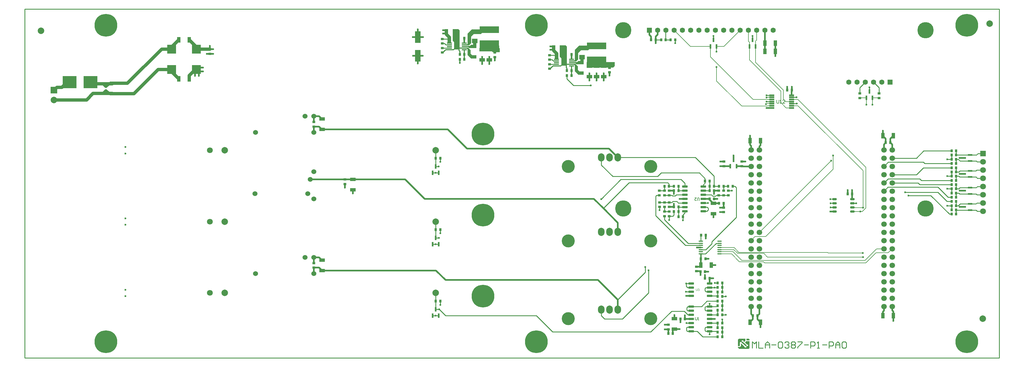
<source format=gtl>
G04 Layer_Physical_Order=1*
G04 Layer_Color=128*
%FSLAX43Y43*%
%MOMM*%
G71*
G01*
G75*
%ADD10R,2.700X2.700*%
%ADD11O,1.400X0.350*%
%ADD12R,6.000X2.000*%
%ADD13R,0.600X1.350*%
%ADD14O,1.450X0.650*%
%ADD15R,1.800X1.340*%
%ADD16R,0.800X0.900*%
G04:AMPARAMS|DCode=17|XSize=0.45mm|YSize=1.6mm|CornerRadius=0.05mm|HoleSize=0mm|Usage=FLASHONLY|Rotation=90.000|XOffset=0mm|YOffset=0mm|HoleType=Round|Shape=RoundedRectangle|*
%AMROUNDEDRECTD17*
21,1,0.450,1.501,0,0,90.0*
21,1,0.351,1.600,0,0,90.0*
1,1,0.099,0.750,0.175*
1,1,0.099,0.750,-0.175*
1,1,0.099,-0.750,-0.175*
1,1,0.099,-0.750,0.175*
%
%ADD17ROUNDEDRECTD17*%
%ADD18R,4.240X3.810*%
%ADD19R,1.800X3.550*%
%ADD20C,2.000*%
G04:AMPARAMS|DCode=21|XSize=0.65mm|YSize=1.65mm|CornerRadius=0.049mm|HoleSize=0mm|Usage=FLASHONLY|Rotation=270.000|XOffset=0mm|YOffset=0mm|HoleType=Round|Shape=RoundedRectangle|*
%AMROUNDEDRECTD21*
21,1,0.650,1.552,0,0,270.0*
21,1,0.552,1.650,0,0,270.0*
1,1,0.098,-0.776,-0.276*
1,1,0.098,-0.776,0.276*
1,1,0.098,0.776,0.276*
1,1,0.098,0.776,-0.276*
%
%ADD21ROUNDEDRECTD21*%
%ADD22R,1.700X1.000*%
%ADD23R,1.000X1.700*%
G04:AMPARAMS|DCode=24|XSize=0.3mm|YSize=1.55mm|CornerRadius=0.05mm|HoleSize=0mm|Usage=FLASHONLY|Rotation=90.000|XOffset=0mm|YOffset=0mm|HoleType=Round|Shape=RoundedRectangle|*
%AMROUNDEDRECTD24*
21,1,0.300,1.451,0,0,90.0*
21,1,0.201,1.550,0,0,90.0*
1,1,0.099,0.726,0.101*
1,1,0.099,0.726,-0.101*
1,1,0.099,-0.726,-0.101*
1,1,0.099,-0.726,0.101*
%
%ADD24ROUNDEDRECTD24*%
G04:AMPARAMS|DCode=25|XSize=1.73mm|YSize=1.9mm|CornerRadius=0.052mm|HoleSize=0mm|Usage=FLASHONLY|Rotation=0.000|XOffset=0mm|YOffset=0mm|HoleType=Round|Shape=RoundedRectangle|*
%AMROUNDEDRECTD25*
21,1,1.730,1.796,0,0,0.0*
21,1,1.626,1.900,0,0,0.0*
1,1,0.104,0.813,-0.898*
1,1,0.104,-0.813,-0.898*
1,1,0.104,-0.813,0.898*
1,1,0.104,0.813,0.898*
%
%ADD25ROUNDEDRECTD25*%
%ADD26R,0.900X0.800*%
%ADD27R,1.350X0.600*%
%ADD28C,0.250*%
%ADD29C,0.200*%
%ADD30C,0.150*%
%ADD31C,0.500*%
%ADD32C,1.000*%
%ADD33C,0.300*%
%ADD34C,0.400*%
%ADD35C,0.254*%
%ADD36C,0.178*%
%ADD37C,0.100*%
%ADD38O,2.000X2.500*%
%ADD39C,7.000*%
%ADD40C,1.524*%
%ADD41C,1.800*%
%ADD42C,1.600*%
%ADD43R,1.600X1.600*%
%ADD44C,1.700*%
%ADD45C,4.000*%
%ADD46R,2.000X2.000*%
%ADD47R,1.800X1.800*%
%ADD48C,5.000*%
%ADD49C,0.600*%
G36*
X170250Y89850D02*
X170250Y88750D01*
X170725Y88275D01*
X170725Y87300D01*
X170350Y87300D01*
X169300Y88350D01*
Y90175D01*
X169150Y90325D01*
X166800D01*
Y90675D01*
X169425D01*
X170250Y89850D01*
D02*
G37*
G36*
X221842Y5932D02*
X221843Y5928D01*
X221843Y5928D01*
X221843Y5310D01*
X221842Y5306D01*
X221841Y5306D01*
X221841Y5306D01*
X221435Y4947D01*
X221432Y4946D01*
X221428Y4947D01*
X221428Y4948D01*
X221428Y4948D01*
X221212Y5140D01*
X221212Y5140D01*
X221211Y5140D01*
X221210Y5144D01*
X221210D01*
X221210Y5225D01*
X221179Y5302D01*
X221125Y5367D01*
X221058Y5414D01*
X220975Y5437D01*
X220882Y5437D01*
X220799Y5408D01*
X220729Y5359D01*
X220670Y5279D01*
X220644Y5187D01*
X220675Y5091D01*
X220737Y5011D01*
X220804Y4965D01*
X220889Y4944D01*
X220976Y4944D01*
X220976Y4944D01*
X220979Y4942D01*
X222112Y3940D01*
X222113Y3940D01*
X222113Y3940D01*
X222115Y3936D01*
X222114D01*
X222114Y3847D01*
X222145Y3775D01*
X222200Y3713D01*
X222267Y3666D01*
X222350Y3641D01*
X222443Y3643D01*
X222526Y3667D01*
X222595Y3713D01*
X222657Y3793D01*
X222678Y3889D01*
X222673Y3953D01*
X222640Y4007D01*
X222588Y4061D01*
X222518Y4110D01*
X222435Y4128D01*
X222349Y4128D01*
X222345Y4130D01*
X222345Y4130D01*
X221662Y4742D01*
X221662Y4742D01*
X221660Y4746D01*
X221662Y4750D01*
X221662Y4750D01*
X221663Y4750D01*
X221663Y4750D01*
X222066Y5109D01*
X222066Y5109D01*
X222069Y5110D01*
X222069Y5110D01*
X223118Y5110D01*
X223122Y5109D01*
X223124Y5105D01*
X223124D01*
X223124Y3221D01*
X223124Y3220D01*
X223124Y3220D01*
X223124Y3220D01*
X223111Y3097D01*
X223111Y3096D01*
X223111Y3097D01*
X223111Y3096D01*
X223110Y3095D01*
X223110Y3095D01*
X223055Y2984D01*
X223054Y2982D01*
X223054Y2983D01*
X222978Y2895D01*
X222977Y2895D01*
X222977Y2895D01*
X222977Y2895D01*
X222874Y2818D01*
X222873Y2818D01*
X222873Y2818D01*
X222757Y2770D01*
X222755Y2770D01*
X222755Y2770D01*
X222755Y2770D01*
X222624Y2757D01*
X222623Y2756D01*
X222623Y2756D01*
X222623Y2757D01*
X220016Y2756D01*
X220015Y2757D01*
X220015Y2757D01*
X219994Y2762D01*
X219994Y2762D01*
X219992Y2763D01*
X219992Y2763D01*
X219992Y2763D01*
X219531Y3161D01*
X219530Y3162D01*
X219528Y3166D01*
X219529Y3166D01*
X219528Y3366D01*
X219528D01*
X219530Y3370D01*
X219534Y3372D01*
X219534Y3372D01*
X220057Y3372D01*
X220085Y3384D01*
X220087Y3385D01*
X220087Y3385D01*
X220087Y3385D01*
X220117Y3390D01*
X220187Y3452D01*
X220187Y3452D01*
X220187Y3452D01*
X220187Y3452D01*
X220187Y3452D01*
X220187Y3452D01*
X220187Y3452D01*
X220232Y3486D01*
X220276Y3534D01*
X220276Y3534D01*
X220276Y3534D01*
X220276Y3534D01*
X220332Y3584D01*
X220332Y3584D01*
X220332Y3584D01*
X220380Y3616D01*
X220426Y3657D01*
X220454Y3711D01*
X220472Y3765D01*
X220472Y4034D01*
X220472Y4034D01*
X220472Y4034D01*
X220472Y4034D01*
X220472Y4034D01*
X220472Y4034D01*
X220472Y4034D01*
X220472Y4034D01*
X220472Y4034D01*
X220472Y4034D01*
X220472Y4034D01*
X220472Y4034D01*
X220480Y4142D01*
X220480Y4416D01*
X220480D01*
X220481Y4420D01*
X220486Y4422D01*
X220489Y4420D01*
X220489Y4420D01*
X220489Y4420D01*
X221577Y3460D01*
X221578Y3460D01*
X221578Y3460D01*
X221580Y3456D01*
X221579D01*
X221579Y3380D01*
X221600Y3300D01*
X221654Y3233D01*
X221729Y3186D01*
X221814Y3163D01*
X221897Y3171D01*
X221980Y3189D01*
X222061Y3238D01*
X222104Y3292D01*
X222127Y3346D01*
X222135Y3411D01*
X222112Y3506D01*
X222053Y3589D01*
X221975Y3633D01*
X221897Y3656D01*
X221806Y3656D01*
X221802Y3657D01*
X221802Y3658D01*
X220427Y4874D01*
X220360Y4920D01*
X220299Y4933D01*
X220245Y4920D01*
X220207Y4895D01*
X220169Y4849D01*
X220154Y4772D01*
X220154Y3817D01*
X220152Y3813D01*
X220152Y3813D01*
X220152Y3813D01*
X219960Y3649D01*
X219956Y3648D01*
X219956Y3648D01*
X219534Y3648D01*
Y3648D01*
X219530Y3650D01*
X219528Y3654D01*
X219529Y3654D01*
X219528Y5477D01*
X219529Y5477D01*
X219529Y5477D01*
X219545Y5591D01*
X219545Y5592D01*
X219545Y5592D01*
X219601Y5706D01*
X219601Y5707D01*
X219601Y5707D01*
X219677Y5802D01*
X219678Y5803D01*
X219679Y5803D01*
X219679Y5803D01*
X219782Y5872D01*
X219783Y5872D01*
X219783Y5872D01*
X219898Y5920D01*
X219900Y5920D01*
X219900Y5920D01*
X219900Y5920D01*
X220032Y5933D01*
X220032Y5933D01*
X220032Y5934D01*
X220032Y5933D01*
X221838Y5934D01*
X221842Y5932D01*
D02*
G37*
G36*
X170550Y90500D02*
X169825Y90500D01*
X169500Y90825D01*
X168500Y90825D01*
Y91175D01*
X170025D01*
X170350Y91500D01*
X170550D01*
Y90500D01*
D02*
G37*
G36*
X181600Y90000D02*
X181100Y89500D01*
X178900Y89500D01*
X173000Y89500D01*
Y91200D01*
X181600D01*
X181600Y90000D01*
D02*
G37*
G36*
X222756Y5912D02*
X222872Y5865D01*
X222974Y5796D01*
X223051Y5701D01*
X223106Y5588D01*
X223114Y5517D01*
X223032Y5390D01*
X222608D01*
X222461Y5398D01*
X222171D01*
Y5925D01*
X222624Y5925D01*
X222756Y5912D01*
D02*
G37*
G36*
X220187Y3452D02*
X220187Y3452D01*
X220187Y3452D01*
X220187Y3452D01*
D01*
X220187Y3452D01*
X220187Y3452D01*
D02*
G37*
G36*
X220187Y3452D02*
X220187Y3452D01*
X220187Y3452D01*
X220187Y3452D01*
D02*
G37*
G36*
X220978Y4943D02*
X220976Y4944D01*
Y4944D01*
X220978Y4943D01*
D02*
G37*
G36*
X220980Y4943D02*
X220979Y4942D01*
X220979Y4943D01*
X220978Y4943D01*
X220980Y4943D01*
D02*
G37*
G36*
X140750Y100150D02*
X140400Y99800D01*
X138200D01*
X137375Y98975D01*
Y96975D01*
X136725Y96325D01*
X135325D01*
Y96675D01*
X136175D01*
X136300Y96800D01*
Y99900D01*
X137600Y101200D01*
X140750D01*
X140750Y100150D01*
D02*
G37*
G36*
X137550Y95500D02*
X136825Y95500D01*
X136500Y95825D01*
X135500Y95825D01*
Y96175D01*
X137025D01*
X137350Y96500D01*
X137550D01*
Y95500D01*
D02*
G37*
G36*
X131200Y97000D02*
X130100D01*
Y98700D01*
X131200D01*
Y97000D01*
D02*
G37*
G36*
X133850Y101000D02*
Y96750D01*
X132150D01*
Y97350D01*
X131700Y97800D01*
Y101350D01*
X133500D01*
X133850Y101000D01*
D02*
G37*
G36*
X146000Y95600D02*
X146200Y95400D01*
Y94200D01*
X144100D01*
X143800Y94500D01*
X140000D01*
Y96200D01*
X146000D01*
Y95600D01*
D02*
G37*
G36*
X166850Y96000D02*
Y91750D01*
X165150D01*
Y92350D01*
X164700Y92800D01*
Y96350D01*
X166500D01*
X166850Y96000D01*
D02*
G37*
G36*
X173750Y95150D02*
X173400Y94800D01*
X171200D01*
X170375Y93975D01*
Y91975D01*
X169725Y91325D01*
X168325D01*
Y91675D01*
X169175D01*
X169300Y91800D01*
Y94900D01*
X170600Y96200D01*
X173750D01*
X173750Y95150D01*
D02*
G37*
G36*
X137250Y94850D02*
X137250Y93750D01*
X137725Y93275D01*
X137725Y92300D01*
X137350Y92300D01*
X136300Y93350D01*
Y95175D01*
X136150Y95325D01*
X133800D01*
Y95675D01*
X136425D01*
X137250Y94850D01*
D02*
G37*
G36*
X164200Y92000D02*
X163100D01*
Y93700D01*
X164200D01*
Y92000D01*
D02*
G37*
D10*
X45190Y88890D02*
D03*
X52810D02*
D03*
Y95110D02*
D03*
X45190D02*
D03*
D11*
X208125Y35950D02*
D03*
Y35300D02*
D03*
Y34650D02*
D03*
Y34000D02*
D03*
Y33350D02*
D03*
Y32700D02*
D03*
Y32050D02*
D03*
X213875Y35950D02*
D03*
Y35300D02*
D03*
Y34650D02*
D03*
Y34000D02*
D03*
Y33350D02*
D03*
Y32700D02*
D03*
Y32050D02*
D03*
D12*
X143000Y96850D02*
D03*
Y101150D02*
D03*
X176000Y91850D02*
D03*
Y96150D02*
D03*
D13*
X125550Y57025D02*
D03*
X127450D02*
D03*
X126500Y58975D02*
D03*
X259050Y80125D02*
D03*
X260950D02*
D03*
X260000Y82075D02*
D03*
X211050Y96025D02*
D03*
X212950D02*
D03*
X212000Y97975D02*
D03*
X223050Y96025D02*
D03*
X224950D02*
D03*
X224000Y97975D02*
D03*
X217180Y59095D02*
D03*
X219080D02*
D03*
X218130Y61045D02*
D03*
X125550Y13025D02*
D03*
X127450D02*
D03*
X126500Y14975D02*
D03*
X125550Y35025D02*
D03*
X127450D02*
D03*
X126500Y36975D02*
D03*
D14*
X254725Y45095D02*
D03*
Y46365D02*
D03*
Y47635D02*
D03*
Y48905D02*
D03*
X249275Y45095D02*
D03*
Y46365D02*
D03*
Y47635D02*
D03*
Y48905D02*
D03*
D15*
X138500Y100530D02*
D03*
Y97670D02*
D03*
X171500Y95530D02*
D03*
Y92670D02*
D03*
D16*
X209400Y54500D02*
D03*
X210800D02*
D03*
X215100Y47600D02*
D03*
X213700D02*
D03*
X210800Y24500D02*
D03*
X209400D02*
D03*
X285300Y44300D02*
D03*
X286700D02*
D03*
X285300Y48200D02*
D03*
X286700D02*
D03*
X285300Y49500D02*
D03*
X286700D02*
D03*
X285300Y53400D02*
D03*
X286700D02*
D03*
X285300Y54700D02*
D03*
X286700D02*
D03*
X285300Y58600D02*
D03*
X286700D02*
D03*
X285300Y59900D02*
D03*
X286700D02*
D03*
X285300Y63800D02*
D03*
X286700D02*
D03*
Y62500D02*
D03*
X285300D02*
D03*
X286700Y61200D02*
D03*
X285300D02*
D03*
X286700Y57300D02*
D03*
X285300D02*
D03*
X286700Y56000D02*
D03*
X285300D02*
D03*
X214700Y16100D02*
D03*
X213300D02*
D03*
Y13300D02*
D03*
X214700D02*
D03*
X214700Y21700D02*
D03*
X213300D02*
D03*
Y18900D02*
D03*
X214700D02*
D03*
X214700Y7900D02*
D03*
X213300D02*
D03*
Y10700D02*
D03*
X214700D02*
D03*
X203200Y12000D02*
D03*
X201800D02*
D03*
X208200Y37800D02*
D03*
X209600D02*
D03*
X196900Y52900D02*
D03*
X198300D02*
D03*
X215100D02*
D03*
X213700D02*
D03*
X208000Y26600D02*
D03*
X209400D02*
D03*
X208100Y30500D02*
D03*
X209500D02*
D03*
X210800Y49000D02*
D03*
X212200D02*
D03*
X225530Y12970D02*
D03*
X224130D02*
D03*
X265030Y66370D02*
D03*
X266430D02*
D03*
X254700Y50500D02*
D03*
X253300D02*
D03*
X168300Y93500D02*
D03*
X169700D02*
D03*
X163700Y93800D02*
D03*
X165100D02*
D03*
X135300Y98500D02*
D03*
X136700D02*
D03*
X132100Y98700D02*
D03*
X130700D02*
D03*
X192800Y98000D02*
D03*
X194200D02*
D03*
X236100Y82500D02*
D03*
X234700D02*
D03*
X198100Y7500D02*
D03*
X199500D02*
D03*
X214700Y17500D02*
D03*
X213300D02*
D03*
Y14700D02*
D03*
X214700D02*
D03*
X214700Y23100D02*
D03*
X213300D02*
D03*
Y20300D02*
D03*
X214700D02*
D03*
X214700Y6500D02*
D03*
X213300D02*
D03*
X213300Y9300D02*
D03*
X214700D02*
D03*
X199800Y45100D02*
D03*
X201200D02*
D03*
Y46500D02*
D03*
X199800D02*
D03*
X126500Y17500D02*
D03*
X127900D02*
D03*
X199800Y52900D02*
D03*
X201200D02*
D03*
Y51500D02*
D03*
X199800D02*
D03*
X126500Y39500D02*
D03*
X127900D02*
D03*
X216500Y52900D02*
D03*
X217900D02*
D03*
X212200D02*
D03*
X210800D02*
D03*
Y51500D02*
D03*
X212200D02*
D03*
X126500Y61500D02*
D03*
X127900D02*
D03*
X166900Y87000D02*
D03*
X168300D02*
D03*
Y88500D02*
D03*
X166900D02*
D03*
X133900Y92000D02*
D03*
X135300D02*
D03*
Y93500D02*
D03*
X133900D02*
D03*
X285300Y45600D02*
D03*
X286700D02*
D03*
X285300Y46900D02*
D03*
X286700D02*
D03*
X285300Y50800D02*
D03*
X286700D02*
D03*
X285300Y52100D02*
D03*
X286700D02*
D03*
X195900Y98000D02*
D03*
X197300D02*
D03*
X200200D02*
D03*
X198800D02*
D03*
X202600Y43500D02*
D03*
X201200D02*
D03*
D17*
X236050Y77050D02*
D03*
Y77700D02*
D03*
Y78350D02*
D03*
Y79000D02*
D03*
Y79650D02*
D03*
Y80300D02*
D03*
Y80950D02*
D03*
X229950Y77050D02*
D03*
Y77700D02*
D03*
Y78350D02*
D03*
Y79000D02*
D03*
Y79650D02*
D03*
Y80300D02*
D03*
Y80950D02*
D03*
D18*
X20185Y85000D02*
D03*
X13815D02*
D03*
D19*
X121000Y93125D02*
D03*
Y98875D02*
D03*
D20*
X294900Y12100D02*
D03*
X5000Y100800D02*
D03*
X297000Y103000D02*
D03*
X126500Y64000D02*
D03*
X61500D02*
D03*
X9000Y79500D02*
D03*
X126500Y20000D02*
D03*
X61500D02*
D03*
X126500Y42000D02*
D03*
X61500D02*
D03*
D21*
X203175Y52810D02*
D03*
Y51540D02*
D03*
Y50270D02*
D03*
Y49000D02*
D03*
Y47730D02*
D03*
Y46460D02*
D03*
Y45190D02*
D03*
X208825Y52810D02*
D03*
Y51540D02*
D03*
Y50270D02*
D03*
Y49000D02*
D03*
Y47730D02*
D03*
Y46460D02*
D03*
Y45190D02*
D03*
X210825Y19095D02*
D03*
Y20365D02*
D03*
Y21635D02*
D03*
Y22905D02*
D03*
X205175Y19095D02*
D03*
Y20365D02*
D03*
Y21635D02*
D03*
Y22905D02*
D03*
X210825Y8190D02*
D03*
Y9460D02*
D03*
Y10730D02*
D03*
Y12000D02*
D03*
Y13270D02*
D03*
Y14540D02*
D03*
Y15810D02*
D03*
X205175Y8190D02*
D03*
Y9460D02*
D03*
Y10730D02*
D03*
Y12000D02*
D03*
Y13270D02*
D03*
Y14540D02*
D03*
Y15810D02*
D03*
D22*
X143000Y91800D02*
D03*
Y95000D02*
D03*
X200000Y12100D02*
D03*
Y8900D02*
D03*
X91500Y30100D02*
D03*
Y26900D02*
D03*
X101000Y51800D02*
D03*
Y55000D02*
D03*
X91500Y73600D02*
D03*
Y70400D02*
D03*
X212000Y44400D02*
D03*
Y47600D02*
D03*
X27000Y81400D02*
D03*
Y84600D02*
D03*
X173800Y86700D02*
D03*
Y89900D02*
D03*
X176000Y86700D02*
D03*
Y89900D02*
D03*
X178200Y86700D02*
D03*
Y89900D02*
D03*
X140800Y91800D02*
D03*
Y95000D02*
D03*
X171200Y87800D02*
D03*
Y91000D02*
D03*
X138200Y92800D02*
D03*
Y96000D02*
D03*
D23*
X227800Y97000D02*
D03*
X231000D02*
D03*
X211300Y28600D02*
D03*
X208100D02*
D03*
X223230Y10970D02*
D03*
X226430D02*
D03*
X267330Y68470D02*
D03*
X264130D02*
D03*
Y12970D02*
D03*
X267330D02*
D03*
X226430Y66970D02*
D03*
X223230D02*
D03*
X166000Y95500D02*
D03*
X162800D02*
D03*
X133000Y100500D02*
D03*
X129800D02*
D03*
X47400Y98000D02*
D03*
X50600D02*
D03*
X47400Y86000D02*
D03*
X50600D02*
D03*
X227800Y94500D02*
D03*
X231000D02*
D03*
D24*
X135325Y95000D02*
D03*
Y95500D02*
D03*
Y96000D02*
D03*
Y96500D02*
D03*
X130675Y95000D02*
D03*
Y95500D02*
D03*
Y96000D02*
D03*
Y96500D02*
D03*
Y97000D02*
D03*
X135325D02*
D03*
X168325Y90000D02*
D03*
Y90500D02*
D03*
Y91000D02*
D03*
Y91500D02*
D03*
X163675Y90000D02*
D03*
Y90500D02*
D03*
Y91000D02*
D03*
Y91500D02*
D03*
Y92000D02*
D03*
X168325D02*
D03*
D25*
X133000Y96000D02*
D03*
X166000Y91000D02*
D03*
D26*
X198100Y8800D02*
D03*
Y10200D02*
D03*
X198400Y45100D02*
D03*
Y43700D02*
D03*
Y47900D02*
D03*
Y46500D02*
D03*
X89000Y27800D02*
D03*
Y29200D02*
D03*
X198400Y50100D02*
D03*
Y51500D02*
D03*
X98500Y55000D02*
D03*
Y53600D02*
D03*
X213600Y50100D02*
D03*
Y51500D02*
D03*
X89000Y71300D02*
D03*
Y72700D02*
D03*
X215100Y46300D02*
D03*
Y44900D02*
D03*
X215230Y59070D02*
D03*
Y60470D02*
D03*
X220730Y59070D02*
D03*
Y60470D02*
D03*
X25000Y83700D02*
D03*
Y82300D02*
D03*
X57000Y95100D02*
D03*
Y93700D02*
D03*
X180000Y89400D02*
D03*
Y88000D02*
D03*
X161500Y90500D02*
D03*
Y89100D02*
D03*
X144700Y92700D02*
D03*
Y94100D02*
D03*
X128500Y94100D02*
D03*
Y95500D02*
D03*
X206700Y26700D02*
D03*
Y28100D02*
D03*
X196900Y45100D02*
D03*
Y43700D02*
D03*
Y47900D02*
D03*
Y46500D02*
D03*
X195300Y51500D02*
D03*
Y50100D02*
D03*
X196900D02*
D03*
Y51500D02*
D03*
X215100Y50100D02*
D03*
Y51500D02*
D03*
X161500Y91900D02*
D03*
Y93300D02*
D03*
X128500Y96900D02*
D03*
Y98300D02*
D03*
X263000Y80100D02*
D03*
Y81500D02*
D03*
X257000Y80100D02*
D03*
Y81500D02*
D03*
X195400Y46500D02*
D03*
Y47900D02*
D03*
X216600Y51500D02*
D03*
Y50100D02*
D03*
D27*
X290975Y45550D02*
D03*
Y47450D02*
D03*
X289025Y46500D02*
D03*
X290975Y50550D02*
D03*
Y52450D02*
D03*
X289025Y51500D02*
D03*
X290975Y55750D02*
D03*
Y57650D02*
D03*
X289025Y56700D02*
D03*
X290975Y60650D02*
D03*
Y62550D02*
D03*
X289025Y61600D02*
D03*
D28*
X168900Y84000D02*
X174200D01*
X166900Y86000D02*
X168900Y84000D01*
X166900Y86000D02*
Y87000D01*
X199100Y14400D02*
X203000D01*
X192700Y8000D02*
X199100Y14400D01*
X162500Y8000D02*
X192700D01*
X157500Y13000D02*
X162500Y8000D01*
X129550Y13000D02*
X157500D01*
X217900Y52900D02*
X218600D01*
X219000Y52500D01*
Y43300D02*
Y52500D01*
X211500Y35800D02*
X219000Y43300D01*
X177450Y13050D02*
Y14900D01*
Y13050D02*
X178500Y12000D01*
X184000D01*
X192000Y20000D01*
Y27000D01*
X182550Y17900D02*
X191000Y26350D01*
Y28000D01*
X194200Y43800D02*
Y49800D01*
Y43800D02*
X203350Y34650D01*
X208125D01*
X204200Y35300D02*
X208125D01*
X196900Y42600D02*
X204200Y35300D01*
X196900Y42600D02*
Y43700D01*
X202000Y55000D02*
X203175Y53825D01*
X183500Y55000D02*
X202000D01*
X177450Y48950D02*
X183500Y55000D01*
X178100Y46100D02*
X186000Y54000D01*
X197900D01*
X198300Y53600D01*
X181000Y55900D02*
X194800D01*
X177450Y59450D02*
X181000Y55900D01*
X194800D02*
X195900Y57000D01*
X207700D01*
X206400Y61800D02*
X212200Y56000D01*
X182550Y61800D02*
X206400D01*
X177450Y59450D02*
Y61800D01*
X272000Y50000D02*
X278900D01*
X284600Y44300D01*
X285300D01*
X271000Y51000D02*
X281100D01*
X283900Y48200D01*
X285300D01*
X284200Y49500D02*
X285300D01*
X281100Y52600D02*
X284200Y49500D01*
X265660Y52600D02*
X281100D01*
X260000Y82075D02*
Y83400D01*
X257000Y81500D02*
Y83270D01*
X258730Y85000D01*
X263000Y81500D02*
Y83270D01*
X261270Y85000D02*
X263000Y83270D01*
X212000Y97975D02*
Y99200D01*
X224000Y97975D02*
Y99200D01*
X200200Y97000D02*
Y98000D01*
X197300D02*
X198800D01*
X197300Y100970D02*
X197330Y101000D01*
X197300Y98000D02*
Y100970D01*
X194200Y98000D02*
X195900D01*
X236050Y78350D02*
X237650D01*
X236050Y80300D02*
X237600D01*
X228350Y80950D02*
X229950D01*
X228300Y79000D02*
X229950D01*
X254725Y47635D02*
X255965D01*
X248035Y46365D02*
X249275D01*
X161500Y90500D02*
X163675D01*
X161500Y93300D02*
X163500D01*
X161500Y91900D02*
X162300D01*
X162700Y91500D01*
X163675D01*
X208125Y37725D02*
X208200Y37800D01*
X208125Y35950D02*
Y37725D01*
X216600Y51500D02*
X217700D01*
X203535Y20365D02*
X205175D01*
X198400Y42500D02*
Y43700D01*
X202600Y42400D02*
Y43500D01*
X194200Y49800D02*
X194500Y50100D01*
X195400Y45500D02*
Y46500D01*
X127575Y14975D02*
X129550Y13000D01*
X203000Y14400D02*
X204130Y13270D01*
X205175D01*
X203730Y10730D02*
X205175D01*
X203600Y22100D02*
Y22900D01*
Y22100D02*
X204065Y21635D01*
X205175D01*
X203605Y22905D02*
X205175D01*
X203600Y22900D02*
X203605Y22905D01*
X212400Y23100D02*
X213300D01*
X214700Y21700D02*
Y23100D01*
Y20300D02*
Y21700D01*
X214700Y10700D02*
Y11800D01*
X213110Y8190D02*
X213200Y8100D01*
X210825Y8190D02*
X213110D01*
X213270Y10730D02*
X213300Y10700D01*
X210825Y10730D02*
X213270D01*
X210825Y13270D02*
X213270D01*
X213010Y15810D02*
X213300Y16100D01*
X210825Y15810D02*
X213010D01*
X210000Y17500D02*
X213300D01*
X213105Y19095D02*
X213300Y18900D01*
X210825Y19095D02*
X213105D01*
X213135Y21635D02*
X213200Y21700D01*
X212300Y21635D02*
X213135D01*
X209635D02*
X210825D01*
X212300D01*
X209400Y21400D02*
X209635Y21635D01*
X209400Y20700D02*
Y21400D01*
Y20700D02*
X209735Y20365D01*
X210825D01*
X213300Y18900D02*
Y20300D01*
X214700Y18900D02*
X215800D01*
X210825Y15810D02*
Y16675D01*
X208700Y6500D02*
X212800D01*
X207010Y8190D02*
X208700Y6500D01*
X205175Y8190D02*
X207010D01*
X203860Y9460D02*
X205175D01*
X203700Y9300D02*
X203860Y9460D01*
X203700Y8400D02*
Y9300D01*
Y8400D02*
X203910Y8190D01*
X205175D01*
X214700Y6500D02*
X214700Y6500D01*
Y7900D01*
X210825Y8190D02*
X210825D01*
Y8190D01*
Y7225D02*
Y8190D01*
X214700Y7900D02*
Y9300D01*
X209610Y8190D02*
X210825D01*
X209400Y8400D02*
X209610Y8190D01*
X209400Y8400D02*
Y9200D01*
X209660Y9460D01*
X210825D01*
X213300Y9300D02*
Y10700D01*
X210825Y10730D02*
X210855Y10700D01*
X214700Y13300D02*
X215800D01*
X214700Y16100D02*
Y17500D01*
Y14700D02*
Y16100D01*
X213300Y13300D02*
Y14700D01*
X213270Y13270D02*
X213300Y13300D01*
X209660Y14540D02*
X210825D01*
X209400Y14800D02*
X209660Y14540D01*
X209400Y14800D02*
Y15600D01*
X209610Y15810D01*
X210825D01*
X208310D02*
X210000Y17500D01*
X205175Y15810D02*
X208310D01*
X204110D02*
X205175D01*
X203800Y15500D02*
X204110Y15810D01*
X203800Y14800D02*
Y15500D01*
Y14800D02*
X204060Y14540D01*
X205175D01*
X208125Y32050D02*
X209550D01*
X211500Y35200D02*
Y35800D01*
X209650Y33350D02*
X211500Y35200D01*
X208125Y33350D02*
X209650D01*
X212800Y35300D02*
X213875D01*
X209550Y32050D02*
X212800Y35300D01*
X212200Y52900D02*
Y56000D01*
X209400Y54500D02*
Y55300D01*
X207700Y57000D02*
X209400Y55300D01*
X198300Y52900D02*
Y53600D01*
X203175Y52810D02*
Y53825D01*
X198400Y50100D02*
X199200D01*
X199400Y49900D01*
X200200D01*
X200570Y50270D01*
X203175D01*
X198400Y47900D02*
X199200D01*
X199500Y48200D01*
X200700D01*
X201170Y47730D01*
X203175D01*
X210400Y45600D02*
Y46100D01*
X209990Y45190D02*
X210400Y45600D01*
X208825Y45190D02*
X209990D01*
X210040Y46460D02*
X210400Y46100D01*
X208825Y46460D02*
X210040D01*
X208825Y47730D02*
X210270D01*
X212900Y50100D02*
X213600D01*
X212600Y49800D02*
X212900Y50100D01*
X211800Y49800D02*
X212600D01*
X211330Y50270D02*
X211800Y49800D01*
X208825Y50270D02*
X211330D01*
X215100Y50100D02*
X216600D01*
X213600D02*
X215100D01*
X215100Y52900D02*
X216500D01*
X215100Y52900D02*
X215100Y52900D01*
X215100Y51500D02*
Y52900D01*
X212200Y52900D02*
X213700D01*
X209400Y53900D02*
Y54500D01*
X208825Y53325D02*
X209400Y53900D01*
X208825Y52810D02*
Y53325D01*
X210800Y52900D02*
Y54500D01*
Y51500D02*
Y52900D01*
X210760Y51540D02*
X210800Y51500D01*
X208825Y51540D02*
X210760D01*
X194500Y50100D02*
X195300D01*
X199800Y44000D02*
Y45100D01*
X199500Y43700D02*
X199800Y44000D01*
X198400Y43700D02*
X199500D01*
X202600Y43500D02*
Y44100D01*
X203175Y44675D01*
Y45190D01*
X201200Y45100D02*
Y46500D01*
Y43500D02*
Y45100D01*
X201200Y43500D02*
X201200Y43500D01*
Y46500D02*
X201240Y46460D01*
X203175D01*
X196900Y45100D02*
X198400D01*
X196900D02*
Y46500D01*
Y47900D02*
X198400D01*
X195400D02*
X196900D01*
X198300Y52900D02*
X199800D01*
X196900Y51500D02*
Y52900D01*
X195300Y51500D02*
X196900D01*
Y50100D02*
X198400D01*
X201200Y51500D02*
Y52900D01*
Y51500D02*
X201240Y51540D01*
X203175D01*
X126500Y58975D02*
Y64000D01*
Y58975D02*
X127425D01*
X126500Y14975D02*
Y20000D01*
Y14975D02*
X127575D01*
X126500Y36975D02*
Y42000D01*
Y36975D02*
X127475D01*
X126475Y13025D02*
X127450D01*
X125550D02*
X126475D01*
X127900Y16300D02*
Y17500D01*
Y38400D02*
Y39500D01*
X126475Y35025D02*
X127450D01*
X125550D02*
X126475D01*
X126475Y57025D02*
X127450D01*
X125550D02*
X126475D01*
X127900Y60400D02*
Y61500D01*
X128500Y98300D02*
X130200D01*
X128500Y95500D02*
X128500Y95500D01*
X130675D01*
X128500Y96900D02*
X129200D01*
X129600Y96500D01*
X130675D01*
X213110Y15810D02*
X213200Y15900D01*
X264460Y51400D02*
X265660Y52600D01*
X267000Y53940D02*
X274960D01*
X275500Y53400D01*
X285300D01*
X264460Y53940D02*
X265720Y55200D01*
X275500D01*
X276000Y54700D01*
X285300D01*
X267000Y56480D02*
X274480D01*
X276600Y58600D01*
X285300D01*
X264460Y59020D02*
X265740Y60300D01*
X276600D01*
X277000Y59900D01*
X285300D01*
X267000Y61560D02*
X274460D01*
X276700Y63800D01*
X285300D01*
X284000Y61200D02*
X285300D01*
Y62500D01*
X284000Y56000D02*
X285300D01*
Y57300D01*
X284000Y52100D02*
X285300D01*
Y50800D02*
Y52100D01*
X284000Y46900D02*
X285300D01*
Y45600D02*
Y46900D01*
X286700Y62500D02*
Y63800D01*
Y62500D02*
X286750Y62550D01*
X290975D01*
X286700Y59900D02*
Y61200D01*
X287387D01*
X287937Y60650D01*
X290975D01*
X286700Y57300D02*
Y58600D01*
Y57300D02*
X287500D01*
X287850Y57650D01*
X290975D01*
X286700Y54700D02*
Y56000D01*
X287500D01*
X287750Y55750D01*
X290975D01*
X286700Y52100D02*
Y53400D01*
Y52100D02*
X287500D01*
X287850Y52450D01*
X290975D01*
X286700Y49500D02*
Y50800D01*
X287500D01*
X287750Y50550D01*
X290975D01*
X286700Y46900D02*
Y48200D01*
Y46900D02*
X287387D01*
X287937Y47450D01*
X290975D01*
X286700Y44300D02*
Y45600D01*
X286750Y45550D01*
X290975D01*
X292850D01*
X293180Y45220D01*
X295000D01*
X290975Y47450D02*
X292750D01*
X293060Y47760D01*
X295000D01*
X290975Y50550D02*
X292850D01*
X293100Y50300D01*
X295000D01*
X290975Y52450D02*
X292850D01*
X293240Y52840D01*
X295000D01*
X290975Y55750D02*
X292850D01*
X293220Y55380D01*
X295000D01*
X290975Y57650D02*
X292750D01*
X293020Y57920D01*
X295000D01*
X290975Y60650D02*
X292950D01*
X293140Y60460D01*
X295000D01*
X290975Y62550D02*
X292950D01*
X293400Y63000D01*
X295000D01*
D29*
X212950Y94350D02*
Y96025D01*
Y85350D02*
Y89650D01*
X211050Y92750D02*
X224150Y79650D01*
X229950D01*
X212950Y85350D02*
X220700Y77600D01*
X228500D01*
X228600Y77700D01*
X229950D01*
X224950Y91050D02*
Y97650D01*
Y91050D02*
X233500Y82500D01*
X223050Y91850D02*
Y97250D01*
Y91850D02*
X232700Y82200D01*
X233500Y79700D02*
Y82500D01*
X232700Y78700D02*
Y82200D01*
X211050Y92750D02*
Y96025D01*
X232700Y78700D02*
X234350Y77050D01*
X224950Y97650D02*
X225270Y97970D01*
Y101000D01*
X222730Y97570D02*
X223050Y97250D01*
X222730Y97570D02*
Y101000D01*
X212950Y96025D02*
X215215D01*
X220190Y101000D01*
X204845Y96025D02*
X211050D01*
X199870Y101000D02*
X204845Y96025D01*
X234200Y79000D02*
X236050D01*
X233500Y79700D02*
X234200Y79000D01*
X234350Y77050D02*
X236050D01*
D30*
X228350Y78350D02*
X229950D01*
X228200Y78200D02*
X228350Y78350D01*
X228400Y80300D02*
X229950D01*
X228300Y80200D02*
X228400Y80300D01*
X262975Y80125D02*
X263000Y80100D01*
X260950Y80125D02*
X262975D01*
X257000Y80100D02*
X257025Y80125D01*
X259050D01*
X224800Y37400D02*
X228100D01*
X223560Y36160D02*
X224800Y37400D01*
X228100D02*
X248800Y58100D01*
X226100Y38700D02*
X248200Y60800D01*
X248800Y58100D02*
Y62400D01*
X259100Y78000D02*
Y80075D01*
X259050Y80125D02*
X259100Y80075D01*
X260900Y78000D02*
Y80075D01*
X260950Y80125D01*
X257100Y80100D02*
X257125Y80125D01*
X262875D02*
X262900Y80100D01*
X229869Y80381D02*
X229950Y80300D01*
X227500Y32200D02*
X228620Y31080D01*
X258020D01*
X262220Y33620D02*
X264460D01*
X258605Y30005D02*
X262220Y33620D01*
X220695Y30005D02*
X258605D01*
X218000Y32700D02*
X220695Y30005D01*
X213875Y32700D02*
X218000D01*
X219400Y32200D02*
X227500D01*
X218250Y33350D02*
X219400Y32200D01*
X213875Y33350D02*
X218250D01*
X258900Y46200D02*
Y58700D01*
X237950Y79650D02*
X258900Y58700D01*
X236050Y79650D02*
X237950D01*
X258020Y46320D02*
Y57680D01*
X238000Y77700D02*
X258020Y57680D01*
X236050Y77700D02*
X238000D01*
X248035Y47635D02*
X249275D01*
X247995Y48905D02*
X249275D01*
X257195Y45095D02*
X257795D01*
X258900Y46200D01*
X254725Y45095D02*
X257195D01*
X254725Y46365D02*
X254770Y46320D01*
X258020D01*
X247300Y32300D02*
X258000D01*
X247100Y32500D02*
X247300Y32300D01*
X219800Y32500D02*
X247100D01*
X262000Y32400D02*
X265780D01*
X258900Y29300D02*
X262000Y32400D01*
X227700Y29300D02*
X258900D01*
X265780Y32400D02*
X267000Y33620D01*
X227385Y29615D02*
X227700Y29300D01*
X219985Y29615D02*
X227385D01*
X217550Y32050D02*
X219985Y29615D01*
X213875Y32050D02*
X217550D01*
X218300Y34000D02*
X219800Y32500D01*
X213875Y34000D02*
X218300D01*
X207575Y48525D02*
Y49192D01*
X207442Y49325D01*
X207175D01*
X207042Y49192D01*
Y48525D01*
X206242Y49325D02*
X206775D01*
X206242Y48792D01*
Y48659D01*
X206375Y48525D01*
X206642D01*
X206775Y48659D01*
X206425Y12475D02*
Y11808D01*
X206558Y11675D01*
X206825D01*
X206958Y11808D01*
Y12475D01*
X207225Y11675D02*
X207491D01*
X207358D01*
Y12475D01*
X207225Y12341D01*
D31*
X182550Y14900D02*
Y17900D01*
X178100Y46100D02*
X182550Y41650D01*
X175200Y49000D02*
X178100Y46100D01*
X182550Y38800D02*
Y41650D01*
X179850Y64500D02*
X182550Y61800D01*
X136100Y64500D02*
X179850D01*
X130200Y70400D02*
X136100Y64500D01*
X194200Y97000D02*
Y98000D01*
X231000Y93000D02*
Y94500D01*
Y97000D01*
X227810Y94510D02*
Y101000D01*
X227800Y94500D02*
X227810Y94510D01*
X192800Y98000D02*
Y99000D01*
X192250Y99550D02*
X192800Y99000D01*
X192250Y99550D02*
Y101000D01*
X194200Y98000D02*
Y99000D01*
X194790Y99590D01*
Y101000D01*
X267330Y11430D02*
Y12970D01*
X226430Y9430D02*
Y10970D01*
X264130Y68470D02*
Y69970D01*
X228350Y77050D02*
X229950D01*
X234700Y82500D02*
Y83500D01*
X236100Y82500D02*
Y83500D01*
X236050Y82450D02*
X236100Y82500D01*
X236050Y80950D02*
Y82450D01*
X223230Y66970D02*
Y68430D01*
X248005Y45095D02*
X249275D01*
X253300Y50500D02*
Y51700D01*
X254700Y50500D02*
Y51700D01*
Y48930D02*
X254725Y48905D01*
X254700Y48930D02*
Y50500D01*
X266430Y66370D02*
Y67570D01*
X267330Y68470D01*
X265030Y66370D02*
Y67570D01*
X264130Y68470D02*
X265030Y67570D01*
X264460Y65800D02*
X265030Y66370D01*
X264460Y64100D02*
Y65800D01*
X266430Y66370D02*
X267000Y65800D01*
Y64100D02*
Y65800D01*
X267330Y12970D02*
Y14270D01*
X267000Y14600D02*
X267330Y14270D01*
X267000Y14600D02*
Y15840D01*
X264130Y12970D02*
Y14230D01*
X264460Y14560D01*
Y15840D01*
X225530Y11870D02*
Y12970D01*
Y11870D02*
X226430Y10970D01*
X224130Y11870D02*
Y12970D01*
X223230Y10970D02*
X224130Y11870D01*
X223560Y13540D02*
X224130Y12970D01*
X223560Y13540D02*
Y15840D01*
X225530Y12970D02*
X226100Y13540D01*
Y15840D01*
X226430Y65530D02*
Y66970D01*
X226100Y65200D02*
X226430Y65530D01*
X226100Y64100D02*
Y65200D01*
X223230Y65670D02*
Y66970D01*
Y65670D02*
X223560Y65340D01*
Y64100D02*
Y65340D01*
X220730Y60470D02*
X221830D01*
X218130Y61045D02*
Y62370D01*
X214130Y60470D02*
X215230D01*
X214130Y59070D02*
X215230D01*
X215255Y59095D01*
X217180D01*
X219080D02*
X219105Y59070D01*
X220730D01*
X220780Y59020D01*
X223560D01*
X161800Y96000D02*
X162300D01*
X162800Y95500D01*
X161800Y95000D02*
X162300D01*
X162800Y95500D01*
X128800Y101000D02*
X129300D01*
X129800Y100500D01*
X128800Y100000D02*
X129300D01*
X129800Y100500D01*
X121000Y98875D02*
Y101200D01*
Y98875D02*
X122575D01*
X119425D02*
X121000D01*
Y90700D02*
Y93125D01*
X122475D01*
X119525D02*
X121000D01*
X144700Y91700D02*
Y92700D01*
X140800Y90600D02*
Y92800D01*
X143000Y90600D02*
Y92800D01*
X180000Y87000D02*
Y88000D01*
X178200Y85500D02*
Y87700D01*
X173800Y85500D02*
Y87700D01*
X176000Y85500D02*
Y87700D01*
X209600Y36800D02*
Y37800D01*
X176450Y24000D02*
X182550Y17900D01*
X203605Y19095D02*
X205175D01*
X203200Y12000D02*
Y13100D01*
X200000Y8900D02*
X201600D01*
X199500Y8400D02*
X200000Y8900D01*
X199500Y7500D02*
Y8400D01*
X198100Y7500D02*
Y8800D01*
X197000D02*
X198100D01*
X197000Y10200D02*
X198100D01*
X200000Y12100D02*
Y13200D01*
X201800Y11000D02*
Y12000D01*
X210825D02*
X212400D01*
X203200D02*
X205175D01*
X206900Y34000D02*
X208125D01*
X209400Y24500D02*
Y25500D01*
X210800Y24500D02*
X211900D01*
X210825Y22905D02*
Y24475D01*
X210800Y24500D02*
X210825Y24475D01*
X209400Y26600D02*
X210400D01*
X211300Y28600D02*
X212600D01*
X209500Y30500D02*
X210500D01*
X208000Y25500D02*
Y26600D01*
X207900Y26700D02*
X208000Y26600D01*
X206700Y26700D02*
X207900D01*
X207600Y28100D02*
X208100Y28600D01*
X206700Y28100D02*
X207600D01*
X208100Y28600D02*
X208100Y28600D01*
X208100Y28600D02*
Y30500D01*
X198400Y46500D02*
X199800D01*
Y47500D01*
X201600Y49000D02*
X203175D01*
X210800Y48700D02*
Y49000D01*
Y48700D02*
X211900Y47600D01*
X212000D01*
Y43300D02*
Y44400D01*
X214000Y44900D02*
X215100D01*
X214000Y46300D02*
X215100D01*
X215100Y46300D01*
Y47600D01*
X212000D02*
X213700D01*
X208825Y49000D02*
X210800D01*
X212200D02*
X213200D01*
X212200Y51500D02*
X212200Y51500D01*
X213600D01*
X212200Y50500D02*
Y51500D01*
X198400Y51500D02*
X198400Y51500D01*
X199800D01*
Y50500D02*
Y51500D01*
X101000Y50700D02*
Y51800D01*
X98500Y52500D02*
Y53600D01*
X89000Y31000D02*
X90600D01*
X91500Y30100D01*
X89000Y29200D02*
Y31000D01*
X129500Y24000D02*
X176450D01*
X126600Y26900D02*
X129500Y24000D01*
X91500Y26900D02*
X126600D01*
X89000Y27800D02*
X90600D01*
X91500Y26900D01*
X89000Y26000D02*
Y27800D01*
X87880Y54970D02*
X100970D01*
X123100Y49000D02*
X175200D01*
X117100Y55000D02*
X123100Y49000D01*
X101000Y55000D02*
X117100D01*
X100970Y54970D02*
X101000Y55000D01*
X91500Y70400D02*
X130200D01*
X89000Y74500D02*
X90600D01*
X91500Y73600D01*
X89000Y71300D02*
X90600D01*
X91500Y70400D01*
X89000Y69500D02*
Y71300D01*
Y72700D02*
Y74500D01*
X57000Y95100D02*
X58000D01*
X56990Y95110D02*
Y96190D01*
X56000Y93700D02*
X58000D01*
X52820Y88880D02*
X53430Y89490D01*
X54810D01*
X53610Y88090D02*
X53810Y88290D01*
X54810D01*
X52410Y88470D02*
X52610Y88670D01*
X52410Y86890D02*
Y88470D01*
X52820Y88880D02*
X53610Y88090D01*
Y86890D02*
Y88090D01*
X135325Y97100D02*
Y98475D01*
X168325Y92100D02*
Y93475D01*
X287800Y61600D02*
X289025D01*
X287800Y56700D02*
X289025D01*
X287800Y51500D02*
X289025D01*
X287800Y46500D02*
X289025D01*
D32*
X138500Y96300D02*
Y97670D01*
X138200Y96000D02*
X138500Y96300D01*
X171500Y91300D02*
Y92670D01*
X171200Y91000D02*
X171500Y91300D01*
X56990Y95110D02*
X57000Y95100D01*
X52810Y95110D02*
X56990D01*
X52490Y88890D02*
X52810D01*
X50600Y87000D02*
X52490Y88890D01*
X50600Y86000D02*
Y87000D01*
X52810Y95110D02*
Y95790D01*
X50600Y98000D02*
X52810Y95790D01*
X45190Y95110D02*
Y95790D01*
X47400Y98000D01*
X45190Y88210D02*
Y88890D01*
Y88210D02*
X47400Y86000D01*
X42110Y95110D02*
X45190D01*
X31600Y84600D02*
X42110Y95110D01*
X27000Y84600D02*
X31600D01*
X41090Y88890D02*
X45190D01*
X33600Y81400D02*
X41090Y88890D01*
X27000Y81400D02*
X33600D01*
X24200Y81500D02*
X25800D01*
X26900D01*
X25000Y82300D02*
X25800Y81500D01*
X21000D02*
X24200D01*
X25000Y82300D01*
X25700Y84500D02*
X26900D01*
X24200D02*
X25700D01*
Y84400D02*
Y84500D01*
X25000Y83700D02*
X25700Y84400D01*
X21000Y84500D02*
X24200D01*
X25000Y83700D01*
X26900Y81500D02*
X27000Y81400D01*
X26900Y84500D02*
X27000Y84600D01*
X129800Y99700D02*
X130700Y98800D01*
X162800Y94700D02*
X163700Y93800D01*
X19000Y79500D02*
X21000Y81500D01*
X9000Y79500D02*
X19000D01*
X13000Y85000D02*
X13815D01*
X9000Y82500D02*
X9900Y83400D01*
X11400D01*
X13000Y85000D01*
D33*
X168325Y87025D02*
Y90000D01*
X168300Y87000D02*
X168325Y87025D01*
X165000Y90000D02*
X166000Y91000D01*
X166700Y90300D01*
Y89500D02*
Y90300D01*
Y89500D02*
X166900Y89300D01*
Y88500D02*
Y89300D01*
X163675Y90000D02*
X165000D01*
X162600D02*
X163675D01*
X161700Y89100D02*
X162600Y90000D01*
X161500Y89100D02*
X161700D01*
X133900Y90900D02*
Y92000D01*
X132000Y95000D02*
X133000Y96000D01*
X133700Y95300D01*
Y94700D02*
Y95300D01*
Y94700D02*
X133900Y94500D01*
Y93500D02*
Y94500D01*
X135300Y92000D02*
Y93500D01*
X135325Y93525D01*
Y95000D01*
X128500Y94100D02*
X128700D01*
X129600Y95000D01*
X130675D01*
X132000D01*
D34*
X208100Y30500D02*
X208125Y30525D01*
Y32050D01*
D35*
X223900Y3000D02*
Y4999D01*
X224566Y4333D01*
X225233Y4999D01*
Y3000D01*
X225899Y4999D02*
Y3000D01*
X227232D01*
X227899D02*
Y4333D01*
X228565Y4999D01*
X229232Y4333D01*
Y3000D01*
Y4000D01*
X227899D01*
X229898D02*
X231231D01*
X231897Y4666D02*
X232231Y4999D01*
X232897D01*
X233230Y4666D01*
Y3333D01*
X232897Y3000D01*
X232231D01*
X231897Y3333D01*
Y4666D01*
X233897D02*
X234230Y4999D01*
X234896D01*
X235230Y4666D01*
Y4333D01*
X234896Y4000D01*
X234563D01*
X234896D01*
X235230Y3666D01*
Y3333D01*
X234896Y3000D01*
X234230D01*
X233897Y3333D01*
X235896Y4666D02*
X236229Y4999D01*
X236896D01*
X237229Y4666D01*
Y4333D01*
X236896Y4000D01*
X237229Y3666D01*
Y3333D01*
X236896Y3000D01*
X236229D01*
X235896Y3333D01*
Y3666D01*
X236229Y4000D01*
X235896Y4333D01*
Y4666D01*
X236229Y4000D02*
X236896D01*
X237895Y4999D02*
X239228D01*
Y4666D01*
X237895Y3333D01*
Y3000D01*
X239895Y4000D02*
X241228D01*
X241894Y3000D02*
Y4999D01*
X242894D01*
X243227Y4666D01*
Y4000D01*
X242894Y3666D01*
X241894D01*
X243894Y3000D02*
X244560D01*
X244227D01*
Y4999D01*
X243894Y4666D01*
X245560Y4000D02*
X246893D01*
X247559Y3000D02*
Y4999D01*
X248559D01*
X248892Y4666D01*
Y4000D01*
X248559Y3666D01*
X247559D01*
X249558Y3000D02*
Y4333D01*
X250225Y4999D01*
X250891Y4333D01*
Y3000D01*
Y4000D01*
X249558D01*
X251558Y4666D02*
X251891Y4999D01*
X252557D01*
X252891Y4666D01*
Y3333D01*
X252557Y3000D01*
X251891D01*
X251558Y3333D01*
Y4666D01*
X0Y0D02*
Y107500D01*
X300000D01*
Y0D02*
Y107500D01*
X0Y0D02*
X300000D01*
D36*
X231476Y79508D02*
Y78661D01*
X231645Y78492D01*
X231984D01*
X232153Y78661D01*
Y79508D01*
X232492Y78492D02*
X232830D01*
X232661D01*
Y79508D01*
X232492Y79338D01*
X234015Y78492D02*
X233338D01*
X234015Y79169D01*
Y79338D01*
X233846Y79508D01*
X233507D01*
X233338Y79338D01*
D37*
X206603Y21346D02*
Y20846D01*
X206703Y20746D01*
X206903D01*
X207003Y20846D01*
Y21346D01*
X207203Y21246D02*
X207303Y21346D01*
X207503D01*
X207603Y21246D01*
Y21146D01*
X207503Y21046D01*
X207403D01*
X207503D01*
X207603Y20946D01*
Y20846D01*
X207503Y20746D01*
X207303D01*
X207203Y20846D01*
D38*
X182550Y61800D02*
D03*
X180000D02*
D03*
X177450D02*
D03*
X182550Y14900D02*
D03*
X180000D02*
D03*
X177450D02*
D03*
X182550Y38800D02*
D03*
X180000D02*
D03*
X177450D02*
D03*
D39*
X141000Y44000D02*
D03*
Y69000D02*
D03*
X157500Y5000D02*
D03*
X141000Y19000D02*
D03*
X290000Y5000D02*
D03*
Y102500D02*
D03*
X25000Y5000D02*
D03*
Y102500D02*
D03*
X157500D02*
D03*
D40*
X86250Y74500D02*
D03*
X89000Y69500D02*
D03*
Y74500D02*
D03*
X71000Y69500D02*
D03*
X70890Y50570D02*
D03*
X89000Y57380D02*
D03*
X87120Y50570D02*
D03*
X87880Y54970D02*
D03*
X89000Y49000D02*
D03*
X71000Y26000D02*
D03*
X89000Y31000D02*
D03*
Y26000D02*
D03*
X86250Y31000D02*
D03*
D41*
X57000Y64000D02*
D03*
X295000Y60460D02*
D03*
Y57920D02*
D03*
Y55380D02*
D03*
Y52840D02*
D03*
Y50300D02*
D03*
Y47760D02*
D03*
Y45220D02*
D03*
X57000Y20000D02*
D03*
Y42000D02*
D03*
D42*
X256190Y85000D02*
D03*
X261270D02*
D03*
X263810D02*
D03*
X258730D02*
D03*
X253650D02*
D03*
X230350Y101000D02*
D03*
X225270D02*
D03*
X220190D02*
D03*
X217650D02*
D03*
X212570D02*
D03*
X207490D02*
D03*
X202410D02*
D03*
X197330D02*
D03*
X194790D02*
D03*
X199870D02*
D03*
X204950D02*
D03*
X210030D02*
D03*
X215110D02*
D03*
X222730D02*
D03*
X227810D02*
D03*
D43*
X266350Y85000D02*
D03*
X192250Y101000D02*
D03*
D44*
X264460Y64100D02*
D03*
Y61560D02*
D03*
Y59020D02*
D03*
Y56480D02*
D03*
Y53940D02*
D03*
Y51400D02*
D03*
Y48860D02*
D03*
Y46320D02*
D03*
Y43780D02*
D03*
Y41240D02*
D03*
Y38700D02*
D03*
Y36160D02*
D03*
Y33620D02*
D03*
Y31080D02*
D03*
Y28540D02*
D03*
Y26000D02*
D03*
Y23460D02*
D03*
Y20920D02*
D03*
Y18380D02*
D03*
Y15840D02*
D03*
X267000Y64100D02*
D03*
Y61560D02*
D03*
Y59020D02*
D03*
Y56480D02*
D03*
Y53940D02*
D03*
Y51400D02*
D03*
Y48860D02*
D03*
Y46320D02*
D03*
Y43780D02*
D03*
Y41240D02*
D03*
Y38700D02*
D03*
Y36160D02*
D03*
Y33620D02*
D03*
Y31080D02*
D03*
Y28540D02*
D03*
Y26000D02*
D03*
Y23460D02*
D03*
Y20920D02*
D03*
Y18380D02*
D03*
Y15840D02*
D03*
X226100D02*
D03*
Y18380D02*
D03*
Y20920D02*
D03*
Y23460D02*
D03*
Y26000D02*
D03*
Y28540D02*
D03*
Y31080D02*
D03*
Y33620D02*
D03*
Y36160D02*
D03*
Y38700D02*
D03*
Y41240D02*
D03*
Y43780D02*
D03*
Y46320D02*
D03*
Y48860D02*
D03*
Y51400D02*
D03*
Y53940D02*
D03*
Y56480D02*
D03*
Y59020D02*
D03*
Y61560D02*
D03*
Y64100D02*
D03*
X223560Y15840D02*
D03*
Y18380D02*
D03*
Y20920D02*
D03*
Y23460D02*
D03*
Y26000D02*
D03*
Y28540D02*
D03*
Y31080D02*
D03*
Y33620D02*
D03*
Y36160D02*
D03*
Y38700D02*
D03*
Y41240D02*
D03*
Y43780D02*
D03*
Y46320D02*
D03*
Y48860D02*
D03*
Y51400D02*
D03*
Y53940D02*
D03*
Y56480D02*
D03*
Y59020D02*
D03*
Y61560D02*
D03*
Y64100D02*
D03*
D45*
X192700Y12100D02*
D03*
X167300D02*
D03*
X192700Y59000D02*
D03*
X167300D02*
D03*
X192700Y36000D02*
D03*
X167300D02*
D03*
D46*
X9000Y82500D02*
D03*
D47*
X295000Y63000D02*
D03*
D48*
X277270Y46000D02*
D03*
X184250Y101000D02*
D03*
X277250D02*
D03*
X184250Y46000D02*
D03*
D49*
X132500Y96500D02*
D03*
X133500D02*
D03*
X132500Y95500D02*
D03*
X133500D02*
D03*
X165500Y91500D02*
D03*
X166500D02*
D03*
X165500Y90500D02*
D03*
X166500D02*
D03*
X174200Y84000D02*
D03*
X212950Y94350D02*
D03*
Y89650D02*
D03*
X228200Y78200D02*
D03*
X228300Y80200D02*
D03*
X192000Y27000D02*
D03*
X191000Y28000D02*
D03*
X177450Y48950D02*
D03*
X272000Y50000D02*
D03*
X260000Y83400D02*
D03*
X212000Y99200D02*
D03*
X224000D02*
D03*
X194200Y97000D02*
D03*
X231000Y93000D02*
D03*
X200200Y97000D02*
D03*
X267330Y11430D02*
D03*
X226430Y9430D02*
D03*
X264130Y69970D02*
D03*
X237650Y78350D02*
D03*
X237600Y80300D02*
D03*
X228350Y80950D02*
D03*
X228300Y79000D02*
D03*
X228350Y77050D02*
D03*
X234700Y83500D02*
D03*
X236100Y83500D02*
D03*
X223230Y68430D02*
D03*
X255965Y47635D02*
D03*
X248035Y46365D02*
D03*
X248005Y45095D02*
D03*
X253300Y51700D02*
D03*
X254700D02*
D03*
X221830Y60470D02*
D03*
X218130Y62370D02*
D03*
X214130Y60470D02*
D03*
X214130Y59070D02*
D03*
X31000Y19000D02*
D03*
Y21000D02*
D03*
Y41000D02*
D03*
Y43000D02*
D03*
Y63000D02*
D03*
Y65000D02*
D03*
X161800Y96000D02*
D03*
Y95000D02*
D03*
X128800Y101000D02*
D03*
Y100000D02*
D03*
X121000Y101200D02*
D03*
X122575Y98875D02*
D03*
X119425D02*
D03*
X121000Y90700D02*
D03*
X122475Y93125D02*
D03*
X119525D02*
D03*
X144700Y91700D02*
D03*
X140800Y90600D02*
D03*
Y92800D02*
D03*
X143000Y90600D02*
D03*
Y92800D02*
D03*
X180000Y87000D02*
D03*
X178200Y85500D02*
D03*
Y87700D02*
D03*
X173800Y85500D02*
D03*
Y87700D02*
D03*
X176000Y85500D02*
D03*
Y87700D02*
D03*
X209600Y36800D02*
D03*
X217700Y51500D02*
D03*
X203605Y19095D02*
D03*
X203535Y20365D02*
D03*
X198400Y42500D02*
D03*
X202600Y42400D02*
D03*
X195400Y45500D02*
D03*
X203730Y10730D02*
D03*
X203200Y13100D02*
D03*
X201600Y8900D02*
D03*
X197000Y8800D02*
D03*
X197000Y10200D02*
D03*
X200000Y13200D02*
D03*
X201800Y11000D02*
D03*
X203600Y22900D02*
D03*
X212400Y23100D02*
D03*
X214700Y11800D02*
D03*
X212300Y21635D02*
D03*
X215800Y18900D02*
D03*
X210825Y16675D02*
D03*
Y7225D02*
D03*
X215800Y13300D02*
D03*
X212400Y12000D02*
D03*
X206900Y34000D02*
D03*
X209400Y25500D02*
D03*
X211900Y24500D02*
D03*
X210400Y26600D02*
D03*
X212600Y28600D02*
D03*
X210500Y30500D02*
D03*
X208000Y25500D02*
D03*
X199800Y47500D02*
D03*
X201600Y49000D02*
D03*
X210270Y47730D02*
D03*
X212000Y43300D02*
D03*
X214000Y44900D02*
D03*
X214000Y46300D02*
D03*
X213200Y49000D02*
D03*
X212200Y50500D02*
D03*
X199800Y50500D02*
D03*
X127425Y58975D02*
D03*
X127575Y14975D02*
D03*
X127475Y36975D02*
D03*
X101000Y50700D02*
D03*
X98500Y52500D02*
D03*
X126475Y13025D02*
D03*
X127900Y16300D02*
D03*
Y38400D02*
D03*
X126475Y35025D02*
D03*
X126475Y57025D02*
D03*
X127900Y60400D02*
D03*
X58000Y95100D02*
D03*
X56990Y96190D02*
D03*
X58000Y93700D02*
D03*
X56000D02*
D03*
X54810Y89490D02*
D03*
X53610Y86890D02*
D03*
X52410D02*
D03*
X54810Y88290D02*
D03*
X260900Y78000D02*
D03*
X248200Y60800D02*
D03*
X248800Y62400D02*
D03*
X259100Y78000D02*
D03*
X181200Y90300D02*
D03*
X179600D02*
D03*
X180400D02*
D03*
X145900Y94900D02*
D03*
X145100D02*
D03*
X144300D02*
D03*
X133900Y90900D02*
D03*
X258020Y31080D02*
D03*
X248035Y47635D02*
D03*
X247995Y48905D02*
D03*
X257195Y45095D02*
D03*
X258020Y46320D02*
D03*
X258000Y32300D02*
D03*
X271000Y51000D02*
D03*
X284000Y61200D02*
D03*
Y56000D02*
D03*
Y52100D02*
D03*
Y46900D02*
D03*
X287800Y61600D02*
D03*
Y56700D02*
D03*
Y51500D02*
D03*
Y46500D02*
D03*
M02*

</source>
